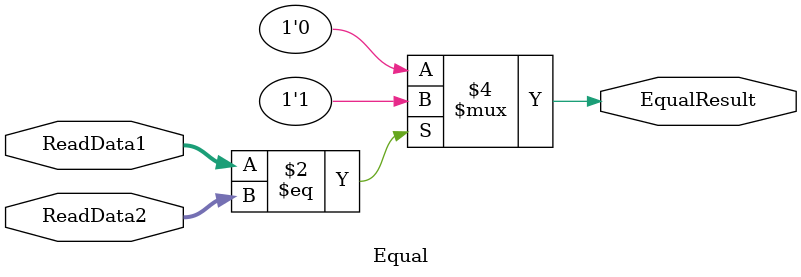
<source format=v>
`timescale 1ns / 1ps

module Equal(EqualResult,ReadData1, ReadData2);
    output EqualResult;
    input [31:0] ReadData1;
    input [31:0] ReadData2;
    
    reg EqualResult;
    
    always @(*) begin
        if (ReadData1 == ReadData2) begin
            EqualResult = 1'b1;
        end
        else begin
            EqualResult = 1'b0;
        end
    end
endmodule

</source>
